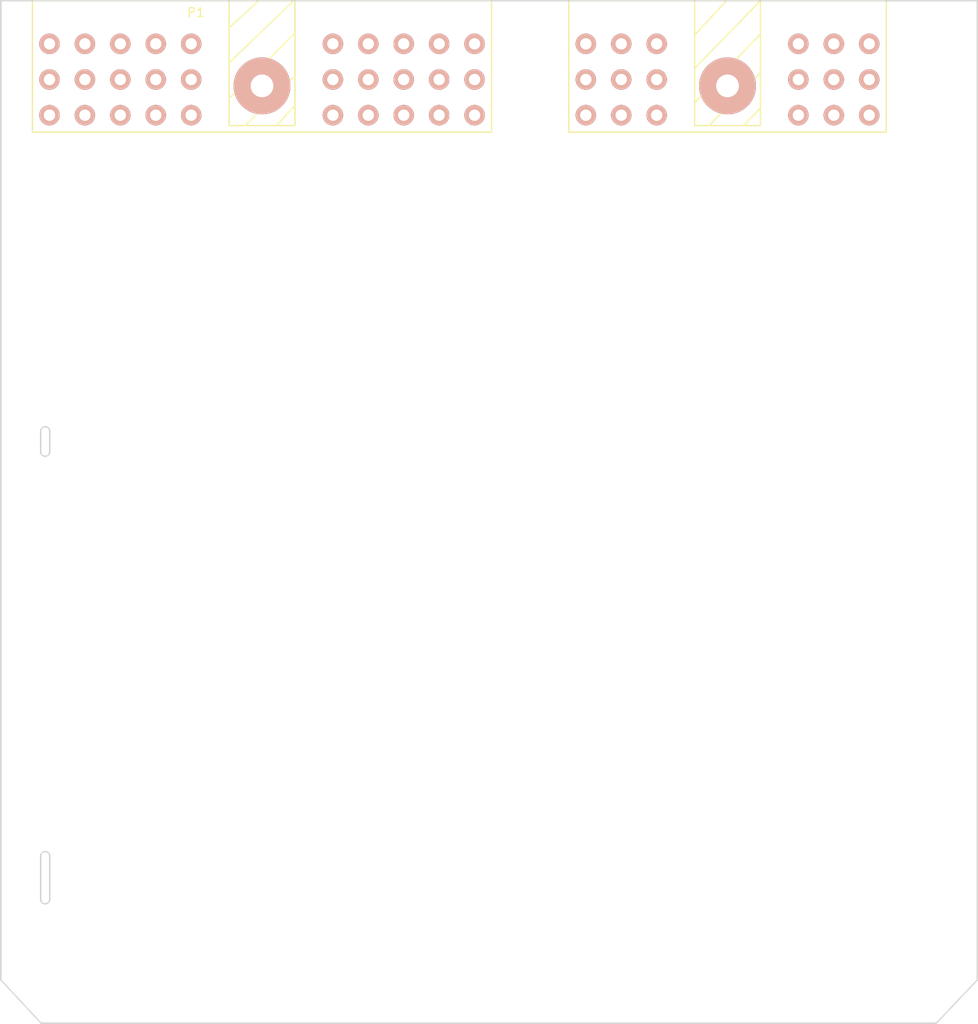
<source format=kicad_pcb>
(kicad_pcb (version 4) (host pcbnew 0.201603210401+6634~43~ubuntu14.04.1-product)

  (general
    (links 0)
    (no_connects 0)
    (area 76.099999 37.824999 177.900001 152.500001)
    (thickness 1.6)
    (drawings 53)
    (tracks 0)
    (zones 0)
    (modules 1)
    (nets 49)
  )

  (page A4)
  (layers
    (0 F.Cu signal)
    (31 B.Cu signal)
    (32 B.Adhes user)
    (33 F.Adhes user)
    (34 B.Paste user)
    (35 F.Paste user)
    (36 B.SilkS user)
    (37 F.SilkS user)
    (38 B.Mask user)
    (39 F.Mask user)
    (40 Dwgs.User user)
    (41 Cmts.User user)
    (42 Eco1.User user)
    (43 Eco2.User user)
    (44 Edge.Cuts user)
    (45 Margin user)
    (46 B.CrtYd user)
    (47 F.CrtYd user)
    (48 B.Fab user)
    (49 F.Fab user)
  )

  (setup
    (last_trace_width 0.25)
    (trace_clearance 0.2)
    (zone_clearance 0.508)
    (zone_45_only yes)
    (trace_min 0.2)
    (segment_width 0.2)
    (edge_width 0.15)
    (via_size 0.6)
    (via_drill 0.4)
    (via_min_size 0.4)
    (via_min_drill 0.3)
    (uvia_size 0.3)
    (uvia_drill 0.1)
    (uvias_allowed no)
    (uvia_min_size 0.2)
    (uvia_min_drill 0.1)
    (pcb_text_width 0.3)
    (pcb_text_size 1.5 1.5)
    (mod_edge_width 0.15)
    (mod_text_size 1 1)
    (mod_text_width 0.15)
    (pad_size 1.524 1.524)
    (pad_drill 0.762)
    (pad_to_mask_clearance 0.2)
    (aux_axis_origin 0 0)
    (grid_origin 76.2 38.1)
    (visible_elements FFFFEF7F)
    (pcbplotparams
      (layerselection 0x00030_ffffffff)
      (usegerberextensions false)
      (excludeedgelayer true)
      (linewidth 0.050000)
      (plotframeref false)
      (viasonmask false)
      (mode 1)
      (useauxorigin false)
      (hpglpennumber 1)
      (hpglpenspeed 20)
      (hpglpendiameter 15)
      (psnegative false)
      (psa4output false)
      (plotreference true)
      (plotvalue true)
      (plotinvisibletext false)
      (padsonsilk false)
      (subtractmaskfromsilk false)
      (outputformat 1)
      (mirror false)
      (drillshape 1)
      (scaleselection 1)
      (outputdirectory ""))
  )

  (net 0 "")
  (net 1 "Net-(P1-Pad7)")
  (net 2 "Net-(P1-Pad8)")
  (net 3 "Net-(P1-Pad9)")
  (net 4 "Net-(P1-Pad4)")
  (net 5 "Net-(P1-Pad1)")
  (net 6 "Net-(P1-Pad2)")
  (net 7 "Net-(P1-Pad5)")
  (net 8 "Net-(P1-Pad3)")
  (net 9 "Net-(P1-Pad6)")
  (net 10 "Net-(P1-Pad12)")
  (net 11 "Net-(P1-Pad15)")
  (net 12 "Net-(P1-Pad18)")
  (net 13 "Net-(P1-Pad11)")
  (net 14 "Net-(P1-Pad14)")
  (net 15 "Net-(P1-Pad17)")
  (net 16 "Net-(P1-Pad10)")
  (net 17 "Net-(P1-Pad13)")
  (net 18 "Net-(P1-Pad16)")
  (net 19 "Net-(P1-Pad31)")
  (net 20 "Net-(P1-Pad28)")
  (net 21 "Net-(P1-Pad25)")
  (net 22 "Net-(P1-Pad22)")
  (net 23 "Net-(P1-Pad19)")
  (net 24 "Net-(P1-Pad32)")
  (net 25 "Net-(P1-Pad29)")
  (net 26 "Net-(P1-Pad26)")
  (net 27 "Net-(P1-Pad23)")
  (net 28 "Net-(P1-Pad20)")
  (net 29 "Net-(P1-Pad33)")
  (net 30 "Net-(P1-Pad30)")
  (net 31 "Net-(P1-Pad27)")
  (net 32 "Net-(P1-Pad24)")
  (net 33 "Net-(P1-Pad21)")
  (net 34 "Net-(P1-Pad34)")
  (net 35 "Net-(P1-Pad37)")
  (net 36 "Net-(P1-Pad40)")
  (net 37 "Net-(P1-Pad43)")
  (net 38 "Net-(P1-Pad46)")
  (net 39 "Net-(P1-Pad35)")
  (net 40 "Net-(P1-Pad38)")
  (net 41 "Net-(P1-Pad41)")
  (net 42 "Net-(P1-Pad44)")
  (net 43 "Net-(P1-Pad47)")
  (net 44 "Net-(P1-Pad36)")
  (net 45 "Net-(P1-Pad39)")
  (net 46 "Net-(P1-Pad42)")
  (net 47 "Net-(P1-Pad45)")
  (net 48 "Net-(P1-Pad48)")

  (net_class Default "This is the default net class."
    (clearance 0.2)
    (trace_width 0.25)
    (via_dia 0.6)
    (via_drill 0.4)
    (uvia_dia 0.3)
    (uvia_drill 0.1)
    (add_net "Net-(P1-Pad1)")
    (add_net "Net-(P1-Pad10)")
    (add_net "Net-(P1-Pad11)")
    (add_net "Net-(P1-Pad12)")
    (add_net "Net-(P1-Pad13)")
    (add_net "Net-(P1-Pad14)")
    (add_net "Net-(P1-Pad15)")
    (add_net "Net-(P1-Pad16)")
    (add_net "Net-(P1-Pad17)")
    (add_net "Net-(P1-Pad18)")
    (add_net "Net-(P1-Pad19)")
    (add_net "Net-(P1-Pad2)")
    (add_net "Net-(P1-Pad20)")
    (add_net "Net-(P1-Pad21)")
    (add_net "Net-(P1-Pad22)")
    (add_net "Net-(P1-Pad23)")
    (add_net "Net-(P1-Pad24)")
    (add_net "Net-(P1-Pad25)")
    (add_net "Net-(P1-Pad26)")
    (add_net "Net-(P1-Pad27)")
    (add_net "Net-(P1-Pad28)")
    (add_net "Net-(P1-Pad29)")
    (add_net "Net-(P1-Pad3)")
    (add_net "Net-(P1-Pad30)")
    (add_net "Net-(P1-Pad31)")
    (add_net "Net-(P1-Pad32)")
    (add_net "Net-(P1-Pad33)")
    (add_net "Net-(P1-Pad34)")
    (add_net "Net-(P1-Pad35)")
    (add_net "Net-(P1-Pad36)")
    (add_net "Net-(P1-Pad37)")
    (add_net "Net-(P1-Pad38)")
    (add_net "Net-(P1-Pad39)")
    (add_net "Net-(P1-Pad4)")
    (add_net "Net-(P1-Pad40)")
    (add_net "Net-(P1-Pad41)")
    (add_net "Net-(P1-Pad42)")
    (add_net "Net-(P1-Pad43)")
    (add_net "Net-(P1-Pad44)")
    (add_net "Net-(P1-Pad45)")
    (add_net "Net-(P1-Pad46)")
    (add_net "Net-(P1-Pad47)")
    (add_net "Net-(P1-Pad48)")
    (add_net "Net-(P1-Pad5)")
    (add_net "Net-(P1-Pad6)")
    (add_net "Net-(P1-Pad7)")
    (add_net "Net-(P1-Pad8)")
    (add_net "Net-(P1-Pad9)")
  )

  (module cinch:Conn48pin (layer F.Cu) (tedit 56FAE7EF) (tstamp 56FB0935)
    (at 105.41 47.625)
    (path /56FAE790)
    (fp_text reference P1 (at -7.3914 -8.2042) (layer F.SilkS)
      (effects (font (size 1 1) (thickness 0.15)))
    )
    (fp_text value Conn48pin (at 9.2202 -7.9502) (layer F.Fab)
      (effects (font (size 1 1) (thickness 0.15)))
    )
    (fp_line (start -25.6794 5.1816) (end -25.6794 -9.525) (layer F.SilkS) (width 0.15))
    (fp_line (start 25.6794 5.1816) (end -25.6794 5.1816) (layer F.SilkS) (width 0.15))
    (fp_line (start 25.6794 -9.525) (end 25.6794 5.1816) (layer F.SilkS) (width 0.15))
    (fp_line (start -25.6794 -9.525) (end 25.6794 -9.525) (layer F.SilkS) (width 0.15))
    (fp_line (start 34.3154 5.1816) (end 34.3154 -9.525) (layer F.SilkS) (width 0.15))
    (fp_line (start 69.8246 5.1816) (end 34.3154 5.1816) (layer F.SilkS) (width 0.15))
    (fp_line (start 69.8246 -9.525) (end 69.8246 5.1816) (layer F.SilkS) (width 0.15))
    (fp_line (start 34.3154 -9.525) (end 69.8246 -9.525) (layer F.SilkS) (width 0.15))
    (fp_line (start 3.6322 2.2606) (end 1.7272 4.318) (layer F.SilkS) (width 0.15))
    (fp_line (start 3.4544 -0.9144) (end -1.8288 4.3942) (layer F.SilkS) (width 0.15))
    (fp_line (start 3.6068 -5.842) (end -3.556 1.2954) (layer F.SilkS) (width 0.15))
    (fp_line (start 3.5052 -9.4996) (end -3.7084 -2.54) (layer F.SilkS) (width 0.15))
    (fp_line (start -0.4572 -9.4488) (end -3.6322 -6.5278) (layer F.SilkS) (width 0.15))
    (fp_line (start 55.6768 2.54) (end 53.9242 4.3942) (layer F.SilkS) (width 0.15))
    (fp_line (start 55.7276 -1.4478) (end 50.038 4.4196) (layer F.SilkS) (width 0.15))
    (fp_line (start 55.626 -5.6642) (end 48.4632 1.8288) (layer F.SilkS) (width 0.15))
    (fp_line (start 55.7022 -9.4742) (end 48.514 -2.0828) (layer F.SilkS) (width 0.15))
    (fp_line (start 51.8414 -9.398) (end 48.4632 -5.7658) (layer F.SilkS) (width 0.15))
    (fp_line (start 55.753 -9.525) (end 48.387 -9.525) (layer F.SilkS) (width 0.15))
    (fp_line (start 55.753 4.445) (end 55.753 -9.525) (layer F.SilkS) (width 0.15))
    (fp_line (start 48.387 4.445) (end 55.753 4.445) (layer F.SilkS) (width 0.15))
    (fp_line (start 48.387 -9.525) (end 48.387 4.445) (layer F.SilkS) (width 0.15))
    (fp_line (start -3.683 4.445) (end -3.683 -9.525) (layer F.SilkS) (width 0.15))
    (fp_line (start 3.683 4.445) (end -3.683 4.445) (layer F.SilkS) (width 0.15))
    (fp_line (start 3.683 -9.525) (end 3.683 4.445) (layer F.SilkS) (width 0.15))
    (fp_line (start -3.683 -9.525) (end 3.683 -9.525) (layer F.SilkS) (width 0.15))
    (pad "" thru_hole circle (at 52.07 0) (size 6.35 6.35) (drill 2.54) (layers *.Cu *.Mask B.SilkS))
    (pad "" thru_hole circle (at 0 0) (size 6.35 6.35) (drill 2.54) (layers *.Cu *.Mask B.SilkS))
    (pad 7 thru_hole circle (at 44.1452 -4.699) (size 2.286 2.286) (drill 1.27) (layers *.Cu *.Mask B.SilkS)
      (net 1 "Net-(P1-Pad7)"))
    (pad 8 thru_hole circle (at 44.1452 -0.7112) (size 2.286 2.286) (drill 1.27) (layers *.Cu *.Mask B.SilkS)
      (net 2 "Net-(P1-Pad8)"))
    (pad 9 thru_hole circle (at 44.1452 3.2766) (size 2.286 2.286) (drill 1.27) (layers *.Cu *.Mask B.SilkS)
      (net 3 "Net-(P1-Pad9)"))
    (pad 4 thru_hole circle (at 40.1828 -4.699) (size 2.286 2.286) (drill 1.27) (layers *.Cu *.Mask B.SilkS)
      (net 4 "Net-(P1-Pad4)"))
    (pad 1 thru_hole circle (at 36.2204 -4.699) (size 2.286 2.286) (drill 1.27) (layers *.Cu *.Mask B.SilkS)
      (net 5 "Net-(P1-Pad1)"))
    (pad 2 thru_hole circle (at 36.2204 -0.7112) (size 2.286 2.286) (drill 1.27) (layers *.Cu *.Mask B.SilkS)
      (net 6 "Net-(P1-Pad2)"))
    (pad 5 thru_hole circle (at 40.1828 -0.7112) (size 2.286 2.286) (drill 1.27) (layers *.Cu *.Mask B.SilkS)
      (net 7 "Net-(P1-Pad5)"))
    (pad 3 thru_hole circle (at 36.2204 3.2766) (size 2.286 2.286) (drill 1.27) (layers *.Cu *.Mask B.SilkS)
      (net 8 "Net-(P1-Pad3)"))
    (pad 6 thru_hole circle (at 40.1828 3.2766) (size 2.286 2.286) (drill 1.27) (layers *.Cu *.Mask B.SilkS)
      (net 9 "Net-(P1-Pad6)"))
    (pad 12 thru_hole circle (at 59.9948 3.2766) (size 2.286 2.286) (drill 1.27) (layers *.Cu *.Mask B.SilkS)
      (net 10 "Net-(P1-Pad12)"))
    (pad 15 thru_hole circle (at 63.9572 3.2766) (size 2.286 2.286) (drill 1.27) (layers *.Cu *.Mask B.SilkS)
      (net 11 "Net-(P1-Pad15)"))
    (pad 18 thru_hole circle (at 67.9196 3.2766) (size 2.286 2.286) (drill 1.27) (layers *.Cu *.Mask B.SilkS)
      (net 12 "Net-(P1-Pad18)"))
    (pad 11 thru_hole circle (at 59.9948 -0.7112) (size 2.286 2.286) (drill 1.27) (layers *.Cu *.Mask B.SilkS)
      (net 13 "Net-(P1-Pad11)"))
    (pad 14 thru_hole circle (at 63.9572 -0.7112) (size 2.286 2.286) (drill 1.27) (layers *.Cu *.Mask B.SilkS)
      (net 14 "Net-(P1-Pad14)"))
    (pad 17 thru_hole circle (at 67.9196 -0.7112) (size 2.286 2.286) (drill 1.27) (layers *.Cu *.Mask B.SilkS)
      (net 15 "Net-(P1-Pad17)"))
    (pad 10 thru_hole circle (at 59.9948 -4.699) (size 2.286 2.286) (drill 1.27) (layers *.Cu *.Mask B.SilkS)
      (net 16 "Net-(P1-Pad10)"))
    (pad 13 thru_hole circle (at 63.9572 -4.699) (size 2.286 2.286) (drill 1.27) (layers *.Cu *.Mask B.SilkS)
      (net 17 "Net-(P1-Pad13)"))
    (pad 16 thru_hole circle (at 67.9196 -4.699) (size 2.286 2.286) (drill 1.27) (layers *.Cu *.Mask B.SilkS)
      (net 18 "Net-(P1-Pad16)"))
    (pad 31 thru_hole circle (at -7.9248 -4.699) (size 2.286 2.286) (drill 1.27) (layers *.Cu *.Mask B.SilkS)
      (net 19 "Net-(P1-Pad31)"))
    (pad 28 thru_hole circle (at -11.8872 -4.699) (size 2.286 2.286) (drill 1.27) (layers *.Cu *.Mask B.SilkS)
      (net 20 "Net-(P1-Pad28)"))
    (pad 25 thru_hole circle (at -15.8496 -4.699) (size 2.286 2.286) (drill 1.27) (layers *.Cu *.Mask B.SilkS)
      (net 21 "Net-(P1-Pad25)"))
    (pad 22 thru_hole circle (at -19.812 -4.699) (size 2.286 2.286) (drill 1.27) (layers *.Cu *.Mask B.SilkS)
      (net 22 "Net-(P1-Pad22)"))
    (pad 19 thru_hole circle (at -23.7744 -4.699) (size 2.286 2.286) (drill 1.27) (layers *.Cu *.Mask B.SilkS)
      (net 23 "Net-(P1-Pad19)"))
    (pad 32 thru_hole circle (at -7.9248 -0.7112) (size 2.286 2.286) (drill 1.27) (layers *.Cu *.Mask B.SilkS)
      (net 24 "Net-(P1-Pad32)"))
    (pad 29 thru_hole circle (at -11.8872 -0.7112) (size 2.286 2.286) (drill 1.27) (layers *.Cu *.Mask B.SilkS)
      (net 25 "Net-(P1-Pad29)"))
    (pad 26 thru_hole circle (at -15.8496 -0.7112) (size 2.286 2.286) (drill 1.27) (layers *.Cu *.Mask B.SilkS)
      (net 26 "Net-(P1-Pad26)"))
    (pad 23 thru_hole circle (at -19.812 -0.7112) (size 2.286 2.286) (drill 1.27) (layers *.Cu *.Mask B.SilkS)
      (net 27 "Net-(P1-Pad23)"))
    (pad 20 thru_hole circle (at -23.7744 -0.7112) (size 2.286 2.286) (drill 1.27) (layers *.Cu *.Mask B.SilkS)
      (net 28 "Net-(P1-Pad20)"))
    (pad 33 thru_hole circle (at -7.9248 3.2766) (size 2.286 2.286) (drill 1.27) (layers *.Cu *.Mask B.SilkS)
      (net 29 "Net-(P1-Pad33)"))
    (pad 30 thru_hole circle (at -11.8872 3.2766) (size 2.286 2.286) (drill 1.27) (layers *.Cu *.Mask B.SilkS)
      (net 30 "Net-(P1-Pad30)"))
    (pad 27 thru_hole circle (at -15.8496 3.2766) (size 2.286 2.286) (drill 1.27) (layers *.Cu *.Mask B.SilkS)
      (net 31 "Net-(P1-Pad27)"))
    (pad 24 thru_hole circle (at -19.812 3.2766) (size 2.286 2.286) (drill 1.27) (layers *.Cu *.Mask B.SilkS)
      (net 32 "Net-(P1-Pad24)"))
    (pad 21 thru_hole circle (at -23.7744 3.2766) (size 2.286 2.286) (drill 1.27) (layers *.Cu *.Mask B.SilkS)
      (net 33 "Net-(P1-Pad21)"))
    (pad 34 thru_hole circle (at 7.9248 -4.699) (size 2.286 2.286) (drill 1.27) (layers *.Cu *.Mask B.SilkS)
      (net 34 "Net-(P1-Pad34)"))
    (pad 37 thru_hole circle (at 11.8872 -4.699) (size 2.286 2.286) (drill 1.27) (layers *.Cu *.Mask B.SilkS)
      (net 35 "Net-(P1-Pad37)"))
    (pad 40 thru_hole circle (at 15.8496 -4.699) (size 2.286 2.286) (drill 1.27) (layers *.Cu *.Mask B.SilkS)
      (net 36 "Net-(P1-Pad40)"))
    (pad 43 thru_hole circle (at 19.812 -4.699) (size 2.286 2.286) (drill 1.27) (layers *.Cu *.Mask B.SilkS)
      (net 37 "Net-(P1-Pad43)"))
    (pad 46 thru_hole circle (at 23.7744 -4.699) (size 2.286 2.286) (drill 1.27) (layers *.Cu *.Mask B.SilkS)
      (net 38 "Net-(P1-Pad46)"))
    (pad 35 thru_hole circle (at 7.9248 -0.7112) (size 2.286 2.286) (drill 1.27) (layers *.Cu *.Mask B.SilkS)
      (net 39 "Net-(P1-Pad35)"))
    (pad 38 thru_hole circle (at 11.8872 -0.7112) (size 2.286 2.286) (drill 1.27) (layers *.Cu *.Mask B.SilkS)
      (net 40 "Net-(P1-Pad38)"))
    (pad 41 thru_hole circle (at 15.8496 -0.7112) (size 2.286 2.286) (drill 1.27) (layers *.Cu *.Mask B.SilkS)
      (net 41 "Net-(P1-Pad41)"))
    (pad 44 thru_hole circle (at 19.812 -0.7112) (size 2.286 2.286) (drill 1.27) (layers *.Cu *.Mask B.SilkS)
      (net 42 "Net-(P1-Pad44)"))
    (pad 47 thru_hole circle (at 23.7744 -0.7112) (size 2.286 2.286) (drill 1.27) (layers *.Cu *.Mask B.SilkS)
      (net 43 "Net-(P1-Pad47)"))
    (pad 36 thru_hole circle (at 7.9248 3.2766) (size 2.286 2.286) (drill 1.27) (layers *.Cu *.Mask B.SilkS)
      (net 44 "Net-(P1-Pad36)"))
    (pad 39 thru_hole circle (at 11.8872 3.2766) (size 2.286 2.286) (drill 1.27) (layers *.Cu *.Mask B.SilkS)
      (net 45 "Net-(P1-Pad39)"))
    (pad 42 thru_hole circle (at 15.8496 3.2766) (size 2.286 2.286) (drill 1.27) (layers *.Cu *.Mask B.SilkS)
      (net 46 "Net-(P1-Pad42)"))
    (pad 45 thru_hole circle (at 19.812 3.2766) (size 2.286 2.286) (drill 1.27) (layers *.Cu *.Mask B.SilkS)
      (net 47 "Net-(P1-Pad45)"))
    (pad 48 thru_hole circle (at 23.7744 3.2766) (size 2.286 2.286) (drill 1.27) (layers *.Cu *.Mask B.SilkS)
      (net 48 "Net-(P1-Pad48)"))
    (model /home/fredrikjohansson/elektronik/cinch/freecad_models/48pin_se.wrl
      (at (xyz 0.9399999999999999 0.375 0))
      (scale (xyz 0.395 0.395 0.395))
      (rotate (xyz 0 0 270))
    )
  )

  (gr_text "Zone 4\nheight increases from zone3 to zone1" (at 127.1905 64.135) (layer Cmts.User)
    (effects (font (size 1.5 1.5) (thickness 0.3)))
  )
  (gr_text "Zone1 max 1.140\" (28.96mm) height over board" (at 130.302 55.8165) (layer Cmts.User)
    (effects (font (size 1.5 1.5) (thickness 0.3)))
  )
  (gr_line (start 76.2 69.6976) (end 185.42 69.6976) (layer Dwgs.User) (width 0.2))
  (gr_line (start 76.2 58.801) (end 185.42 58.801) (layer Dwgs.User) (width 0.2))
  (gr_text "Zone3 \nMax 0.900\" (22.86mm) height over pcb" (at 127.1905 72.644) (layer Cmts.User)
    (effects (font (size 1.5 1.5) (thickness 0.3)))
  )
  (gr_text "Zone 2 \nmax 0.600\" (15,24mm) height over pcb" (at 128.5875 89.027) (layer Cmts.User)
    (effects (font (size 1.5 1.5) (thickness 0.3)))
  )
  (gr_arc (start 96.0882 89.408) (end 82.3722 89.408) (angle 90) (layer Dwgs.User) (width 0.2))
  (gr_arc (start 157.9118 89.408) (end 157.9118 75.692) (angle 90) (layer Dwgs.User) (width 0.2))
  (gr_line (start 173.3169 127) (end 173.3169 152.4) (layer Dwgs.User) (width 0.2))
  (gr_line (start 171.6278 124.079) (end 173.3169 127) (layer Dwgs.User) (width 0.2))
  (gr_line (start 171.6278 89.408) (end 171.6278 124.079) (layer Dwgs.User) (width 0.2))
  (gr_line (start 96.0882 75.692) (end 157.9118 75.692) (layer Dwgs.User) (width 0.2))
  (gr_line (start 82.3722 124.079) (end 82.3722 89.408) (layer Dwgs.User) (width 0.2))
  (gr_line (start 80.6831 127) (end 82.3722 124.079) (layer Dwgs.User) (width 0.2))
  (gr_line (start 80.6831 152.4) (end 80.6831 127) (layer Dwgs.User) (width 0.2))
  (gr_line (start 76.2 146.05) (end 76.2 135.89) (layer Dwgs.User) (width 0.2) (tstamp 56FB0BBF))
  (gr_line (start 76.2 135.89) (end 80.645 135.89) (layer Dwgs.User) (width 0.2) (tstamp 56FB0BBE))
  (gr_line (start 76.2 146.05) (end 80.645 146.05) (layer Dwgs.User) (width 0.2) (tstamp 56FB0BBD))
  (gr_line (start 80.645 135.89) (end 80.645 146.05) (layer Dwgs.User) (width 0.2) (tstamp 56FB0BBC))
  (gr_line (start 80.645 123.698) (end 80.645 133.858) (layer Dwgs.User) (width 0.2) (tstamp 56FB0BB3))
  (gr_line (start 76.2 133.858) (end 76.2 123.698) (layer Dwgs.User) (width 0.2) (tstamp 56FB0BB2))
  (gr_line (start 76.2 133.858) (end 80.645 133.858) (layer Dwgs.User) (width 0.2) (tstamp 56FB0BB1))
  (gr_line (start 76.2 123.698) (end 80.645 123.698) (layer Dwgs.User) (width 0.2) (tstamp 56FB0BB0))
  (gr_line (start 76.2 121.031) (end 80.645 121.031) (layer Dwgs.User) (width 0.2) (tstamp 56FB0BA1))
  (gr_line (start 76.2 110.871) (end 80.645 110.871) (layer Dwgs.User) (width 0.2) (tstamp 56FB0BA0))
  (gr_line (start 76.2 121.031) (end 76.2 110.871) (layer Dwgs.User) (width 0.2) (tstamp 56FB0B9F))
  (gr_line (start 80.645 110.871) (end 80.645 121.031) (layer Dwgs.User) (width 0.2) (tstamp 56FB0B9E))
  (gr_line (start 76.2 98.044) (end 80.645 98.044) (layer Dwgs.User) (width 0.2) (tstamp 56FB0B97))
  (gr_line (start 80.645 98.044) (end 80.645 108.204) (layer Dwgs.User) (width 0.2) (tstamp 56FB0B96))
  (gr_line (start 76.2 108.204) (end 76.2 98.044) (layer Dwgs.User) (width 0.2) (tstamp 56FB0B95))
  (gr_line (start 76.2 108.204) (end 80.645 108.204) (layer Dwgs.User) (width 0.2) (tstamp 56FB0B94))
  (gr_line (start 76.2 85.217) (end 80.645 85.217) (layer Dwgs.User) (width 0.2) (tstamp 56FB0B8A))
  (gr_line (start 80.645 85.217) (end 80.645 95.377) (layer Dwgs.User) (width 0.2) (tstamp 56FB0B89))
  (gr_line (start 76.2 95.377) (end 76.2 85.217) (layer Dwgs.User) (width 0.2) (tstamp 56FB0B88))
  (gr_line (start 76.2 95.377) (end 80.645 95.377) (layer Dwgs.User) (width 0.2) (tstamp 56FB0B87))
  (gr_line (start 76.2 82.55) (end 76.2 72.39) (layer Dwgs.User) (width 0.2) (tstamp 56FB0B80))
  (gr_line (start 76.2 82.55) (end 80.645 82.55) (layer Dwgs.User) (width 0.2) (tstamp 56FB0B7F))
  (gr_line (start 76.2 72.39) (end 80.645 72.39) (layer Dwgs.User) (width 0.2) (tstamp 56FB0B7E))
  (gr_line (start 80.645 72.39) (end 80.645 82.55) (layer Dwgs.User) (width 0.2) (tstamp 56FB0B7D))
  (gr_arc (start 81.153 138.557) (end 81.661 138.557) (angle 180) (layer Edge.Cuts) (width 0.15))
  (gr_arc (start 81.153 133.731) (end 80.645 133.731) (angle 180) (layer Edge.Cuts) (width 0.15))
  (gr_line (start 81.661 133.731) (end 81.661 138.557) (layer Edge.Cuts) (width 0.15))
  (gr_line (start 80.645 133.731) (end 80.645 138.557) (layer Edge.Cuts) (width 0.15))
  (gr_arc (start 81.153 88.519) (end 81.661 88.519) (angle 180) (layer Edge.Cuts) (width 0.15))
  (gr_arc (start 81.153 86.233) (end 80.645 86.233) (angle 180) (layer Edge.Cuts) (width 0.15))
  (gr_line (start 81.661 86.233) (end 81.661 88.519) (angle 90) (layer Edge.Cuts) (width 0.15))
  (gr_line (start 80.645 86.233) (end 80.645 88.519) (angle 90) (layer Edge.Cuts) (width 0.15))
  (gr_line (start 76.2 147.574) (end 76.2 38.1) (layer Edge.Cuts) (width 0.15))
  (gr_line (start 80.6831 152.4) (end 76.2 147.574) (layer Edge.Cuts) (width 0.15))
  (gr_line (start 180.848 152.4) (end 80.67675 152.4) (layer Edge.Cuts) (width 0.15))
  (gr_line (start 185.42 147.574) (end 180.848 152.4) (layer Edge.Cuts) (width 0.15))
  (gr_line (start 185.42 38.1) (end 185.42 147.574) (layer Edge.Cuts) (width 0.15))
  (gr_line (start 76.2 38.1) (end 185.42 38.1) (layer Edge.Cuts) (width 0.15))

  (zone (net 0) (net_name "") (layer B.Cu) (tstamp 0) (hatch full 0.508)
    (connect_pads (clearance 0.508))
    (min_thickness 0.254)
    (keepout (tracks not_allowed) (vias not_allowed) (copperpour not_allowed))
    (fill (arc_segments 16) (thermal_gap 0.508) (thermal_bridge_width 0.508))
    (polygon
      (pts
        (xy 76.2 38.1) (xy 79.248 38.1) (xy 79.248 150.876) (xy 76.2 147.574)
      )
    )
  )
  (zone (net 0) (net_name "") (layer B.Cu) (tstamp 0) (hatch full 0.508)
    (connect_pads (clearance 0.508))
    (min_thickness 0.254)
    (keepout (tracks not_allowed) (vias not_allowed) (copperpour allowed))
    (fill (arc_segments 16) (thermal_gap 0.508) (thermal_bridge_width 0.508))
    (polygon
      (pts
        (xy 179.324 38.1) (xy 179.324 152.4) (xy 174.752 152.4) (xy 174.752 38.1)
      )
    )
  )
  (zone (net 0) (net_name "") (layer B.Cu) (tstamp 0) (hatch full 0.508)
    (connect_pads (clearance 0.508))
    (min_thickness 0.254)
    (keepout (tracks not_allowed) (vias not_allowed) (copperpour allowed))
    (fill (arc_segments 16) (thermal_gap 0.508) (thermal_bridge_width 0.508))
    (polygon
      (pts
        (xy 89.154 152.4) (xy 92.9005 152.4) (xy 92.9005 144.78) (xy 89.154 144.78)
      )
    )
  )
  (zone (net 0) (net_name "") (layer B.Cu) (tstamp 0) (hatch full 0.508)
    (connect_pads (clearance 0.508))
    (min_thickness 0.254)
    (keepout (tracks not_allowed) (vias not_allowed) (copperpour allowed))
    (fill (arc_segments 16) (thermal_gap 0.508) (thermal_bridge_width 0.508))
    (polygon
      (pts
        (xy 164.846 152.4) (xy 161.036 152.4) (xy 161.036 144.78) (xy 164.846 144.78)
      )
    )
  )
  (zone (net 0) (net_name "") (layer F.Cu) (tstamp 0) (hatch full 0.508)
    (connect_pads (clearance 0.508))
    (min_thickness 0.254)
    (keepout (tracks not_allowed) (vias not_allowed) (copperpour allowed))
    (fill (arc_segments 16) (thermal_gap 0.508) (thermal_bridge_width 0.508))
    (polygon
      (pts
        (xy 125.095 152.4) (xy 128.905 152.4) (xy 128.905 144.78) (xy 125.095 144.78)
      )
    )
  )
  (zone (net 0) (net_name "") (layer B.Cu) (tstamp 0) (hatch full 0.508)
    (connect_pads (clearance 0.508))
    (min_thickness 0.254)
    (keepout (tracks not_allowed) (vias not_allowed) (copperpour allowed))
    (fill (arc_segments 16) (thermal_gap 0.508) (thermal_bridge_width 0.508))
    (polygon
      (pts
        (xy 182.88 38.1) (xy 182.88 150.241) (xy 185.42 147.574) (xy 185.42 38.1)
      )
    )
  )
  (zone (net 0) (net_name "") (layer F.Cu) (tstamp 0) (hatch full 0.508)
    (connect_pads (clearance 0.508))
    (min_thickness 0.254)
    (keepout (tracks not_allowed) (vias not_allowed) (copperpour allowed))
    (fill (arc_segments 16) (thermal_gap 0.508) (thermal_bridge_width 0.508))
    (polygon
      (pts
        (xy 185.42 38.1) (xy 185.42 147.574) (xy 180.848 152.4) (xy 173.355 152.4) (xy 173.355 147.574)
        (xy 181.102 147.574) (xy 181.102 69.6595) (xy 183.642 69.6595) (xy 183.642 38.1)
      )
    )
  )
)

</source>
